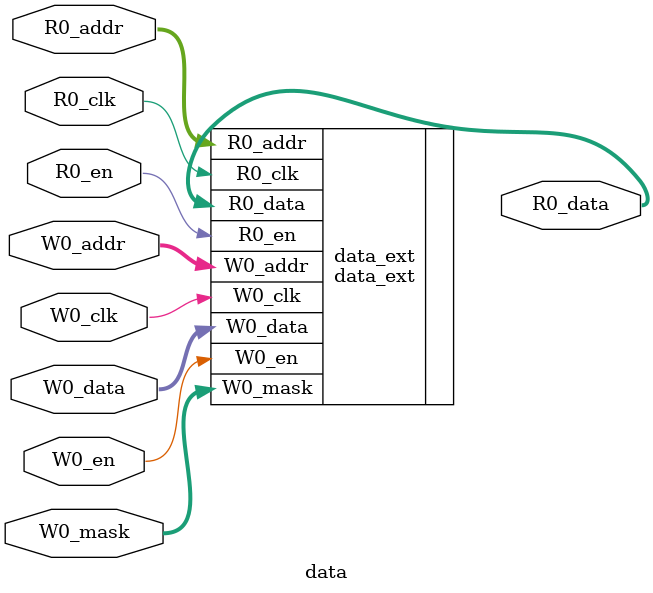
<source format=sv>
module data(	// @[generators/boom/src/main/scala/v3/ifu/bpd/bim.scala:50:26]
  input  [10:0] R0_addr,
  input         R0_en,
  input         R0_clk,
  output [7:0]  R0_data,
  input  [10:0] W0_addr,
  input         W0_en,
  input         W0_clk,
  input  [7:0]  W0_data,
  input  [3:0]  W0_mask
);

  data_ext data_ext (	// @[generators/boom/src/main/scala/v3/ifu/bpd/bim.scala:50:26]
    .R0_addr (R0_addr),
    .R0_en   (R0_en),
    .R0_clk  (R0_clk),
    .R0_data (R0_data),
    .W0_addr (W0_addr),
    .W0_en   (W0_en),
    .W0_clk  (W0_clk),
    .W0_data (W0_data),
    .W0_mask (W0_mask)
  );	// @[generators/boom/src/main/scala/v3/ifu/bpd/bim.scala:50:26]
endmodule


</source>
